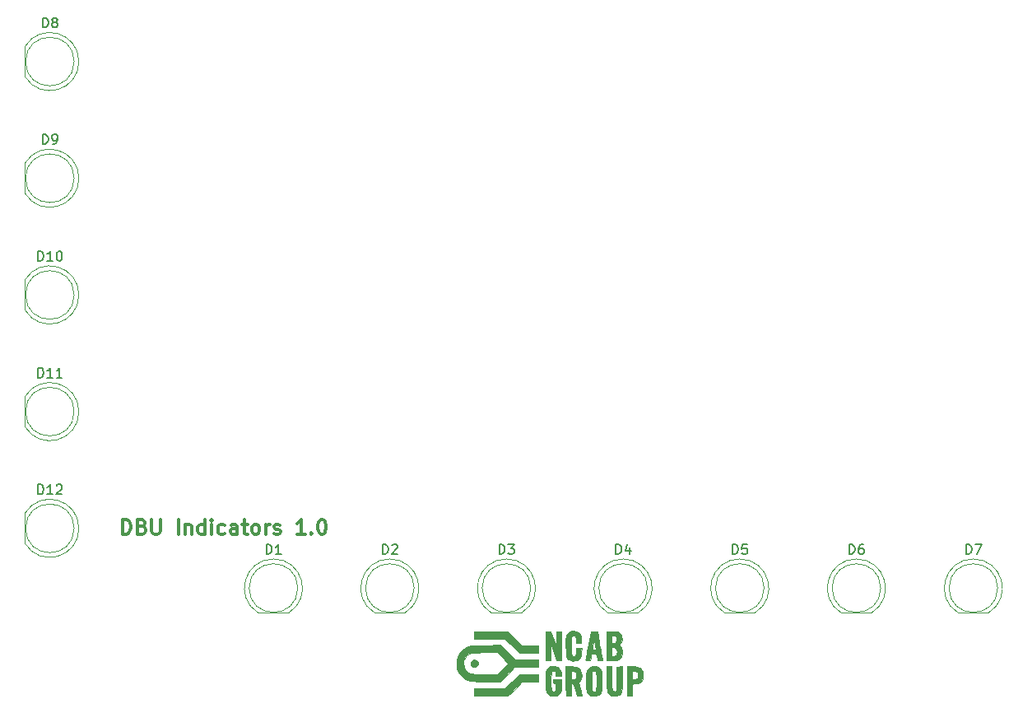
<source format=gbr>
%TF.GenerationSoftware,KiCad,Pcbnew,(5.1.4-0)*%
%TF.CreationDate,2021-02-17T16:05:53+01:00*%
%TF.ProjectId,Indicators,496e6469-6361-4746-9f72-732e6b696361,rev?*%
%TF.SameCoordinates,Original*%
%TF.FileFunction,Legend,Top*%
%TF.FilePolarity,Positive*%
%FSLAX46Y46*%
G04 Gerber Fmt 4.6, Leading zero omitted, Abs format (unit mm)*
G04 Created by KiCad (PCBNEW (5.1.4-0)) date 2021-02-17 16:05:53*
%MOMM*%
%LPD*%
G04 APERTURE LIST*
%ADD10C,0.300000*%
%ADD11C,0.010000*%
%ADD12C,0.120000*%
%ADD13C,0.150000*%
G04 APERTURE END LIST*
D10*
X101331428Y-128440571D02*
X101331428Y-126940571D01*
X101688571Y-126940571D01*
X101902857Y-127012000D01*
X102045714Y-127154857D01*
X102117142Y-127297714D01*
X102188571Y-127583428D01*
X102188571Y-127797714D01*
X102117142Y-128083428D01*
X102045714Y-128226285D01*
X101902857Y-128369142D01*
X101688571Y-128440571D01*
X101331428Y-128440571D01*
X103331428Y-127654857D02*
X103545714Y-127726285D01*
X103617142Y-127797714D01*
X103688571Y-127940571D01*
X103688571Y-128154857D01*
X103617142Y-128297714D01*
X103545714Y-128369142D01*
X103402857Y-128440571D01*
X102831428Y-128440571D01*
X102831428Y-126940571D01*
X103331428Y-126940571D01*
X103474285Y-127012000D01*
X103545714Y-127083428D01*
X103617142Y-127226285D01*
X103617142Y-127369142D01*
X103545714Y-127512000D01*
X103474285Y-127583428D01*
X103331428Y-127654857D01*
X102831428Y-127654857D01*
X104331428Y-126940571D02*
X104331428Y-128154857D01*
X104402857Y-128297714D01*
X104474285Y-128369142D01*
X104617142Y-128440571D01*
X104902857Y-128440571D01*
X105045714Y-128369142D01*
X105117142Y-128297714D01*
X105188571Y-128154857D01*
X105188571Y-126940571D01*
X107045714Y-128440571D02*
X107045714Y-126940571D01*
X107760000Y-127440571D02*
X107760000Y-128440571D01*
X107760000Y-127583428D02*
X107831428Y-127512000D01*
X107974285Y-127440571D01*
X108188571Y-127440571D01*
X108331428Y-127512000D01*
X108402857Y-127654857D01*
X108402857Y-128440571D01*
X109760000Y-128440571D02*
X109760000Y-126940571D01*
X109760000Y-128369142D02*
X109617142Y-128440571D01*
X109331428Y-128440571D01*
X109188571Y-128369142D01*
X109117142Y-128297714D01*
X109045714Y-128154857D01*
X109045714Y-127726285D01*
X109117142Y-127583428D01*
X109188571Y-127512000D01*
X109331428Y-127440571D01*
X109617142Y-127440571D01*
X109760000Y-127512000D01*
X110474285Y-128440571D02*
X110474285Y-127440571D01*
X110474285Y-126940571D02*
X110402857Y-127012000D01*
X110474285Y-127083428D01*
X110545714Y-127012000D01*
X110474285Y-126940571D01*
X110474285Y-127083428D01*
X111831428Y-128369142D02*
X111688571Y-128440571D01*
X111402857Y-128440571D01*
X111260000Y-128369142D01*
X111188571Y-128297714D01*
X111117142Y-128154857D01*
X111117142Y-127726285D01*
X111188571Y-127583428D01*
X111260000Y-127512000D01*
X111402857Y-127440571D01*
X111688571Y-127440571D01*
X111831428Y-127512000D01*
X113117142Y-128440571D02*
X113117142Y-127654857D01*
X113045714Y-127512000D01*
X112902857Y-127440571D01*
X112617142Y-127440571D01*
X112474285Y-127512000D01*
X113117142Y-128369142D02*
X112974285Y-128440571D01*
X112617142Y-128440571D01*
X112474285Y-128369142D01*
X112402857Y-128226285D01*
X112402857Y-128083428D01*
X112474285Y-127940571D01*
X112617142Y-127869142D01*
X112974285Y-127869142D01*
X113117142Y-127797714D01*
X113617142Y-127440571D02*
X114188571Y-127440571D01*
X113831428Y-126940571D02*
X113831428Y-128226285D01*
X113902857Y-128369142D01*
X114045714Y-128440571D01*
X114188571Y-128440571D01*
X114902857Y-128440571D02*
X114760000Y-128369142D01*
X114688571Y-128297714D01*
X114617142Y-128154857D01*
X114617142Y-127726285D01*
X114688571Y-127583428D01*
X114760000Y-127512000D01*
X114902857Y-127440571D01*
X115117142Y-127440571D01*
X115260000Y-127512000D01*
X115331428Y-127583428D01*
X115402857Y-127726285D01*
X115402857Y-128154857D01*
X115331428Y-128297714D01*
X115260000Y-128369142D01*
X115117142Y-128440571D01*
X114902857Y-128440571D01*
X116045714Y-128440571D02*
X116045714Y-127440571D01*
X116045714Y-127726285D02*
X116117142Y-127583428D01*
X116188571Y-127512000D01*
X116331428Y-127440571D01*
X116474285Y-127440571D01*
X116902857Y-128369142D02*
X117045714Y-128440571D01*
X117331428Y-128440571D01*
X117474285Y-128369142D01*
X117545714Y-128226285D01*
X117545714Y-128154857D01*
X117474285Y-128012000D01*
X117331428Y-127940571D01*
X117117142Y-127940571D01*
X116974285Y-127869142D01*
X116902857Y-127726285D01*
X116902857Y-127654857D01*
X116974285Y-127512000D01*
X117117142Y-127440571D01*
X117331428Y-127440571D01*
X117474285Y-127512000D01*
X120117142Y-128440571D02*
X119260000Y-128440571D01*
X119688571Y-128440571D02*
X119688571Y-126940571D01*
X119545714Y-127154857D01*
X119402857Y-127297714D01*
X119260000Y-127369142D01*
X120760000Y-128297714D02*
X120831428Y-128369142D01*
X120760000Y-128440571D01*
X120688571Y-128369142D01*
X120760000Y-128297714D01*
X120760000Y-128440571D01*
X121760000Y-126940571D02*
X121902857Y-126940571D01*
X122045714Y-127012000D01*
X122117142Y-127083428D01*
X122188571Y-127226285D01*
X122260000Y-127512000D01*
X122260000Y-127869142D01*
X122188571Y-128154857D01*
X122117142Y-128297714D01*
X122045714Y-128369142D01*
X121902857Y-128440571D01*
X121760000Y-128440571D01*
X121617142Y-128369142D01*
X121545714Y-128297714D01*
X121474285Y-128154857D01*
X121402857Y-127869142D01*
X121402857Y-127512000D01*
X121474285Y-127226285D01*
X121545714Y-127083428D01*
X121617142Y-127012000D01*
X121760000Y-126940571D01*
D11*
%TO.C,G\002A\002A\002A*%
G36*
X137669981Y-141412907D02*
G01*
X137796471Y-141512213D01*
X137865552Y-141662672D01*
X137871200Y-141726372D01*
X137827745Y-141910632D01*
X137712661Y-142041856D01*
X137548864Y-142104197D01*
X137359272Y-142081812D01*
X137357840Y-142081294D01*
X137230730Y-141989593D01*
X137137928Y-141842574D01*
X137109200Y-141711060D01*
X137138618Y-141627350D01*
X137209882Y-141516168D01*
X137214487Y-141510250D01*
X137352145Y-141403092D01*
X137512924Y-141373589D01*
X137669981Y-141412907D01*
X137669981Y-141412907D01*
G37*
X137669981Y-141412907D02*
X137796471Y-141512213D01*
X137865552Y-141662672D01*
X137871200Y-141726372D01*
X137827745Y-141910632D01*
X137712661Y-142041856D01*
X137548864Y-142104197D01*
X137359272Y-142081812D01*
X137357840Y-142081294D01*
X137230730Y-141989593D01*
X137137928Y-141842574D01*
X137109200Y-141711060D01*
X137138618Y-141627350D01*
X137209882Y-141516168D01*
X137214487Y-141510250D01*
X137352145Y-141403092D01*
X137512924Y-141373589D01*
X137669981Y-141412907D01*
G36*
X139242201Y-138440777D02*
G01*
X140968803Y-138455400D01*
X142419071Y-139903200D01*
X144119600Y-139903200D01*
X144119600Y-140665200D01*
X142120623Y-140665200D01*
X141378100Y-139928600D01*
X140635576Y-139192000D01*
X137515600Y-139192000D01*
X137515600Y-138426154D01*
X139242201Y-138440777D01*
X139242201Y-138440777D01*
G37*
X139242201Y-138440777D02*
X140968803Y-138455400D01*
X142419071Y-139903200D01*
X144119600Y-139903200D01*
X144119600Y-140665200D01*
X142120623Y-140665200D01*
X141378100Y-139928600D01*
X140635576Y-139192000D01*
X137515600Y-139192000D01*
X137515600Y-138426154D01*
X139242201Y-138440777D01*
G36*
X151928976Y-138443307D02*
G01*
X152197586Y-138487750D01*
X152393774Y-138570105D01*
X152530646Y-138697151D01*
X152621310Y-138875666D01*
X152653803Y-138987980D01*
X152680725Y-139269650D01*
X152628474Y-139528304D01*
X152502351Y-139738239D01*
X152498108Y-139742844D01*
X152391268Y-139857523D01*
X152522507Y-139988762D01*
X152662022Y-140193505D01*
X152732102Y-140440391D01*
X152735386Y-140703748D01*
X152674514Y-140957902D01*
X152552127Y-141177178D01*
X152384833Y-141327656D01*
X152291344Y-141373974D01*
X152177850Y-141403654D01*
X152020509Y-141420040D01*
X151795477Y-141426472D01*
X151676100Y-141427010D01*
X151130000Y-141427200D01*
X151130000Y-140106400D01*
X151638000Y-140106400D01*
X151638000Y-140970000D01*
X151838319Y-140970000D01*
X151998532Y-140950095D01*
X152099716Y-140880580D01*
X152117719Y-140857096D01*
X152168325Y-140734200D01*
X152195385Y-140569819D01*
X152196800Y-140526896D01*
X152161400Y-140314176D01*
X152056738Y-140174529D01*
X151885123Y-140110502D01*
X151815800Y-140106400D01*
X151638000Y-140106400D01*
X151130000Y-140106400D01*
X151130000Y-138887200D01*
X151638000Y-138887200D01*
X151638000Y-139649200D01*
X151790400Y-139649200D01*
X151939561Y-139614752D01*
X152044400Y-139547600D01*
X152125164Y-139402392D01*
X152141801Y-139219792D01*
X152092549Y-139042615D01*
X152066919Y-139000103D01*
X151955690Y-138909837D01*
X151812919Y-138887200D01*
X151638000Y-138887200D01*
X151130000Y-138887200D01*
X151130000Y-138430000D01*
X151574835Y-138430000D01*
X151928976Y-138443307D01*
X151928976Y-138443307D01*
G37*
X151928976Y-138443307D02*
X152197586Y-138487750D01*
X152393774Y-138570105D01*
X152530646Y-138697151D01*
X152621310Y-138875666D01*
X152653803Y-138987980D01*
X152680725Y-139269650D01*
X152628474Y-139528304D01*
X152502351Y-139738239D01*
X152498108Y-139742844D01*
X152391268Y-139857523D01*
X152522507Y-139988762D01*
X152662022Y-140193505D01*
X152732102Y-140440391D01*
X152735386Y-140703748D01*
X152674514Y-140957902D01*
X152552127Y-141177178D01*
X152384833Y-141327656D01*
X152291344Y-141373974D01*
X152177850Y-141403654D01*
X152020509Y-141420040D01*
X151795477Y-141426472D01*
X151676100Y-141427010D01*
X151130000Y-141427200D01*
X151130000Y-140106400D01*
X151638000Y-140106400D01*
X151638000Y-140970000D01*
X151838319Y-140970000D01*
X151998532Y-140950095D01*
X152099716Y-140880580D01*
X152117719Y-140857096D01*
X152168325Y-140734200D01*
X152195385Y-140569819D01*
X152196800Y-140526896D01*
X152161400Y-140314176D01*
X152056738Y-140174529D01*
X151885123Y-140110502D01*
X151815800Y-140106400D01*
X151638000Y-140106400D01*
X151130000Y-140106400D01*
X151130000Y-138887200D01*
X151638000Y-138887200D01*
X151638000Y-139649200D01*
X151790400Y-139649200D01*
X151939561Y-139614752D01*
X152044400Y-139547600D01*
X152125164Y-139402392D01*
X152141801Y-139219792D01*
X152092549Y-139042615D01*
X152066919Y-139000103D01*
X151955690Y-138909837D01*
X151812919Y-138887200D01*
X151638000Y-138887200D01*
X151130000Y-138887200D01*
X151130000Y-138430000D01*
X151574835Y-138430000D01*
X151928976Y-138443307D01*
G36*
X150237228Y-138925300D02*
G01*
X150277770Y-139144906D01*
X150331642Y-139435414D01*
X150393462Y-139767862D01*
X150457846Y-140113289D01*
X150500544Y-140341879D01*
X150555432Y-140639732D01*
X150603094Y-140906576D01*
X150640534Y-141124964D01*
X150664758Y-141277448D01*
X150672800Y-141345179D01*
X150650148Y-141396189D01*
X150567817Y-141421150D01*
X150423235Y-141427200D01*
X150173670Y-141427200D01*
X150088600Y-140792200D01*
X149826119Y-140776991D01*
X149685978Y-140771506D01*
X149597911Y-140787720D01*
X149545692Y-140844809D01*
X149513097Y-140961952D01*
X149483900Y-141158326D01*
X149480157Y-141185900D01*
X149447374Y-141427200D01*
X149190721Y-141427200D01*
X149039928Y-141424261D01*
X148966966Y-141406010D01*
X148948071Y-141358288D01*
X148956213Y-141287500D01*
X148971102Y-141201506D01*
X149001793Y-141030244D01*
X149045626Y-140788355D01*
X149099938Y-140490478D01*
X149151294Y-140210075D01*
X149656800Y-140210075D01*
X149676805Y-140278048D01*
X149754510Y-140306021D01*
X149840035Y-140309600D01*
X149966227Y-140296795D01*
X150001504Y-140256296D01*
X149998487Y-140245017D01*
X149981036Y-140168561D01*
X149954968Y-140017602D01*
X149924653Y-139818403D01*
X149909283Y-139709026D01*
X149878021Y-139510628D01*
X149846610Y-139362404D01*
X149819671Y-139283980D01*
X149807827Y-139278308D01*
X149785035Y-139343455D01*
X149755156Y-139480933D01*
X149722824Y-139662154D01*
X149692672Y-139858529D01*
X149669335Y-140041466D01*
X149657446Y-140182378D01*
X149656800Y-140210075D01*
X149151294Y-140210075D01*
X149162067Y-140151255D01*
X149228679Y-139788975D01*
X149479000Y-138430151D01*
X149812583Y-138430075D01*
X150146167Y-138430000D01*
X150237228Y-138925300D01*
X150237228Y-138925300D01*
G37*
X150237228Y-138925300D02*
X150277770Y-139144906D01*
X150331642Y-139435414D01*
X150393462Y-139767862D01*
X150457846Y-140113289D01*
X150500544Y-140341879D01*
X150555432Y-140639732D01*
X150603094Y-140906576D01*
X150640534Y-141124964D01*
X150664758Y-141277448D01*
X150672800Y-141345179D01*
X150650148Y-141396189D01*
X150567817Y-141421150D01*
X150423235Y-141427200D01*
X150173670Y-141427200D01*
X150088600Y-140792200D01*
X149826119Y-140776991D01*
X149685978Y-140771506D01*
X149597911Y-140787720D01*
X149545692Y-140844809D01*
X149513097Y-140961952D01*
X149483900Y-141158326D01*
X149480157Y-141185900D01*
X149447374Y-141427200D01*
X149190721Y-141427200D01*
X149039928Y-141424261D01*
X148966966Y-141406010D01*
X148948071Y-141358288D01*
X148956213Y-141287500D01*
X148971102Y-141201506D01*
X149001793Y-141030244D01*
X149045626Y-140788355D01*
X149099938Y-140490478D01*
X149151294Y-140210075D01*
X149656800Y-140210075D01*
X149676805Y-140278048D01*
X149754510Y-140306021D01*
X149840035Y-140309600D01*
X149966227Y-140296795D01*
X150001504Y-140256296D01*
X149998487Y-140245017D01*
X149981036Y-140168561D01*
X149954968Y-140017602D01*
X149924653Y-139818403D01*
X149909283Y-139709026D01*
X149878021Y-139510628D01*
X149846610Y-139362404D01*
X149819671Y-139283980D01*
X149807827Y-139278308D01*
X149785035Y-139343455D01*
X149755156Y-139480933D01*
X149722824Y-139662154D01*
X149692672Y-139858529D01*
X149669335Y-140041466D01*
X149657446Y-140182378D01*
X149656800Y-140210075D01*
X149151294Y-140210075D01*
X149162067Y-140151255D01*
X149228679Y-139788975D01*
X149479000Y-138430151D01*
X149812583Y-138430075D01*
X150146167Y-138430000D01*
X150237228Y-138925300D01*
G36*
X145351748Y-138455400D02*
G01*
X145923000Y-140017090D01*
X145936989Y-139223545D01*
X145950979Y-138430000D01*
X146456400Y-138430000D01*
X146456400Y-141427200D01*
X145967376Y-141427200D01*
X145344920Y-139674600D01*
X145338800Y-141427200D01*
X144830800Y-141427200D01*
X144830800Y-138424690D01*
X145351748Y-138455400D01*
X145351748Y-138455400D01*
G37*
X145351748Y-138455400D02*
X145923000Y-140017090D01*
X145936989Y-139223545D01*
X145950979Y-138430000D01*
X146456400Y-138430000D01*
X146456400Y-141427200D01*
X145967376Y-141427200D01*
X145344920Y-139674600D01*
X145338800Y-141427200D01*
X144830800Y-141427200D01*
X144830800Y-138424690D01*
X145351748Y-138455400D01*
G36*
X148016528Y-138440852D02*
G01*
X148236264Y-138542510D01*
X148389053Y-138717414D01*
X148478340Y-138969322D01*
X148507179Y-139260929D01*
X148513800Y-139623800D01*
X148247100Y-139639154D01*
X147980400Y-139654509D01*
X147980400Y-139331814D01*
X147969046Y-139112193D01*
X147928728Y-138975838D01*
X147850059Y-138906318D01*
X147726400Y-138887199D01*
X147641176Y-138892410D01*
X147577463Y-138916603D01*
X147532147Y-138972625D01*
X147502114Y-139073321D01*
X147484250Y-139231534D01*
X147475443Y-139460112D01*
X147472579Y-139771898D01*
X147472400Y-139935131D01*
X147474274Y-140295357D01*
X147481837Y-140566461D01*
X147498000Y-140760881D01*
X147525671Y-140891058D01*
X147567763Y-140969430D01*
X147627185Y-141008437D01*
X147706847Y-141020519D01*
X147726400Y-141020800D01*
X147849347Y-140990195D01*
X147929100Y-140891403D01*
X147970857Y-140713952D01*
X147980400Y-140509171D01*
X147980400Y-140157200D01*
X148552254Y-140157200D01*
X148529137Y-140556520D01*
X148490203Y-140875612D01*
X148410998Y-141113230D01*
X148284588Y-141283878D01*
X148131071Y-141389021D01*
X147908067Y-141459353D01*
X147655899Y-141474902D01*
X147417628Y-141436196D01*
X147284660Y-141378635D01*
X147173342Y-141305363D01*
X147088710Y-141229324D01*
X147026815Y-141135746D01*
X146983711Y-141009854D01*
X146955449Y-140836876D01*
X146938082Y-140602039D01*
X146927661Y-140290570D01*
X146922457Y-140023224D01*
X146917497Y-139678075D01*
X146916719Y-139417622D01*
X146921302Y-139225003D01*
X146932430Y-139083360D01*
X146951282Y-138975831D01*
X146979040Y-138885556D01*
X147006905Y-138817919D01*
X147138446Y-138611267D01*
X147323031Y-138479854D01*
X147572819Y-138416765D01*
X147726400Y-138408678D01*
X148016528Y-138440852D01*
X148016528Y-138440852D01*
G37*
X148016528Y-138440852D02*
X148236264Y-138542510D01*
X148389053Y-138717414D01*
X148478340Y-138969322D01*
X148507179Y-139260929D01*
X148513800Y-139623800D01*
X148247100Y-139639154D01*
X147980400Y-139654509D01*
X147980400Y-139331814D01*
X147969046Y-139112193D01*
X147928728Y-138975838D01*
X147850059Y-138906318D01*
X147726400Y-138887199D01*
X147641176Y-138892410D01*
X147577463Y-138916603D01*
X147532147Y-138972625D01*
X147502114Y-139073321D01*
X147484250Y-139231534D01*
X147475443Y-139460112D01*
X147472579Y-139771898D01*
X147472400Y-139935131D01*
X147474274Y-140295357D01*
X147481837Y-140566461D01*
X147498000Y-140760881D01*
X147525671Y-140891058D01*
X147567763Y-140969430D01*
X147627185Y-141008437D01*
X147706847Y-141020519D01*
X147726400Y-141020800D01*
X147849347Y-140990195D01*
X147929100Y-140891403D01*
X147970857Y-140713952D01*
X147980400Y-140509171D01*
X147980400Y-140157200D01*
X148552254Y-140157200D01*
X148529137Y-140556520D01*
X148490203Y-140875612D01*
X148410998Y-141113230D01*
X148284588Y-141283878D01*
X148131071Y-141389021D01*
X147908067Y-141459353D01*
X147655899Y-141474902D01*
X147417628Y-141436196D01*
X147284660Y-141378635D01*
X147173342Y-141305363D01*
X147088710Y-141229324D01*
X147026815Y-141135746D01*
X146983711Y-141009854D01*
X146955449Y-140836876D01*
X146938082Y-140602039D01*
X146927661Y-140290570D01*
X146922457Y-140023224D01*
X146917497Y-139678075D01*
X146916719Y-139417622D01*
X146921302Y-139225003D01*
X146932430Y-139083360D01*
X146951282Y-138975831D01*
X146979040Y-138885556D01*
X147006905Y-138817919D01*
X147138446Y-138611267D01*
X147323031Y-138479854D01*
X147572819Y-138416765D01*
X147726400Y-138408678D01*
X148016528Y-138440852D01*
G36*
X141710699Y-141376400D02*
G01*
X144119600Y-141376400D01*
X144119600Y-142138400D01*
X141648102Y-142138400D01*
X140924409Y-142875000D01*
X140200715Y-143611600D01*
X138820057Y-143605661D01*
X138439825Y-143602425D01*
X138079197Y-143596364D01*
X137754823Y-143587991D01*
X137483350Y-143577816D01*
X137281428Y-143566349D01*
X137171021Y-143555037D01*
X136801606Y-143444556D01*
X136454194Y-143247877D01*
X136148250Y-142980372D01*
X135903237Y-142657412D01*
X135809642Y-142479896D01*
X135729428Y-142281956D01*
X135684783Y-142101580D01*
X135666174Y-141891589D01*
X135663870Y-141769799D01*
X136373633Y-141769799D01*
X136436034Y-142089010D01*
X136586071Y-142381143D01*
X136736247Y-142554697D01*
X136829053Y-142638074D01*
X136920308Y-142703837D01*
X137023092Y-142754089D01*
X137150491Y-142790934D01*
X137315584Y-142816477D01*
X137531456Y-142832820D01*
X137811189Y-142842067D01*
X138167865Y-142846322D01*
X138557866Y-142847611D01*
X139879532Y-142849600D01*
X140424579Y-142302857D01*
X140969626Y-141756115D01*
X140431685Y-141184646D01*
X139893745Y-140613177D01*
X138615772Y-140615789D01*
X138250595Y-140618584D01*
X137910688Y-140625045D01*
X137612300Y-140634564D01*
X137371677Y-140646537D01*
X137205067Y-140660357D01*
X137141309Y-140670771D01*
X136934499Y-140768125D01*
X136729103Y-140935453D01*
X136552091Y-141144394D01*
X136430430Y-141366585D01*
X136405243Y-141444880D01*
X136373633Y-141769799D01*
X135663870Y-141769799D01*
X135663635Y-141757400D01*
X135705551Y-141313123D01*
X135836467Y-140917849D01*
X136056398Y-140571546D01*
X136365362Y-140274182D01*
X136435010Y-140222588D01*
X136565924Y-140133642D01*
X136690943Y-140061858D01*
X136822879Y-140005189D01*
X136974546Y-139961591D01*
X137158755Y-139929016D01*
X137388320Y-139905419D01*
X137676055Y-139888754D01*
X138034771Y-139876976D01*
X138477282Y-139868037D01*
X138675140Y-139864882D01*
X140164881Y-139842148D01*
X141710699Y-141376400D01*
X141710699Y-141376400D01*
G37*
X141710699Y-141376400D02*
X144119600Y-141376400D01*
X144119600Y-142138400D01*
X141648102Y-142138400D01*
X140924409Y-142875000D01*
X140200715Y-143611600D01*
X138820057Y-143605661D01*
X138439825Y-143602425D01*
X138079197Y-143596364D01*
X137754823Y-143587991D01*
X137483350Y-143577816D01*
X137281428Y-143566349D01*
X137171021Y-143555037D01*
X136801606Y-143444556D01*
X136454194Y-143247877D01*
X136148250Y-142980372D01*
X135903237Y-142657412D01*
X135809642Y-142479896D01*
X135729428Y-142281956D01*
X135684783Y-142101580D01*
X135666174Y-141891589D01*
X135663870Y-141769799D01*
X136373633Y-141769799D01*
X136436034Y-142089010D01*
X136586071Y-142381143D01*
X136736247Y-142554697D01*
X136829053Y-142638074D01*
X136920308Y-142703837D01*
X137023092Y-142754089D01*
X137150491Y-142790934D01*
X137315584Y-142816477D01*
X137531456Y-142832820D01*
X137811189Y-142842067D01*
X138167865Y-142846322D01*
X138557866Y-142847611D01*
X139879532Y-142849600D01*
X140424579Y-142302857D01*
X140969626Y-141756115D01*
X140431685Y-141184646D01*
X139893745Y-140613177D01*
X138615772Y-140615789D01*
X138250595Y-140618584D01*
X137910688Y-140625045D01*
X137612300Y-140634564D01*
X137371677Y-140646537D01*
X137205067Y-140660357D01*
X137141309Y-140670771D01*
X136934499Y-140768125D01*
X136729103Y-140935453D01*
X136552091Y-141144394D01*
X136430430Y-141366585D01*
X136405243Y-141444880D01*
X136373633Y-141769799D01*
X135663870Y-141769799D01*
X135663635Y-141757400D01*
X135705551Y-141313123D01*
X135836467Y-140917849D01*
X136056398Y-140571546D01*
X136365362Y-140274182D01*
X136435010Y-140222588D01*
X136565924Y-140133642D01*
X136690943Y-140061858D01*
X136822879Y-140005189D01*
X136974546Y-139961591D01*
X137158755Y-139929016D01*
X137388320Y-139905419D01*
X137676055Y-139888754D01*
X138034771Y-139876976D01*
X138477282Y-139868037D01*
X138675140Y-139864882D01*
X140164881Y-139842148D01*
X141710699Y-141376400D01*
G36*
X153980839Y-142049253D02*
G01*
X154261340Y-142089288D01*
X154473387Y-142160916D01*
X154632171Y-142268150D01*
X154680635Y-142317852D01*
X154803933Y-142524325D01*
X154868988Y-142776735D01*
X154876938Y-143046638D01*
X154828917Y-143305594D01*
X154726060Y-143525160D01*
X154628041Y-143635228D01*
X154509027Y-143723301D01*
X154387184Y-143777908D01*
X154229759Y-143809049D01*
X154003999Y-143826725D01*
X154000200Y-143826925D01*
X153746200Y-143840200D01*
X153717672Y-145084800D01*
X153212800Y-145084800D01*
X153212800Y-142494000D01*
X153720800Y-142494000D01*
X153720800Y-142917333D01*
X153725100Y-143116439D01*
X153736545Y-143275402D01*
X153752948Y-143367749D01*
X153758900Y-143378917D01*
X153839861Y-143400934D01*
X153972725Y-143389440D01*
X154116971Y-143353122D01*
X154232081Y-143300669D01*
X154266900Y-143269997D01*
X154304970Y-143170408D01*
X154327638Y-143016282D01*
X154330400Y-142941490D01*
X154301380Y-142719800D01*
X154210456Y-142576429D01*
X154051829Y-142504992D01*
X153924000Y-142494000D01*
X153720800Y-142494000D01*
X153212800Y-142494000D01*
X153212800Y-142036800D01*
X153616699Y-142036800D01*
X153980839Y-142049253D01*
X153980839Y-142049253D01*
G37*
X153980839Y-142049253D02*
X154261340Y-142089288D01*
X154473387Y-142160916D01*
X154632171Y-142268150D01*
X154680635Y-142317852D01*
X154803933Y-142524325D01*
X154868988Y-142776735D01*
X154876938Y-143046638D01*
X154828917Y-143305594D01*
X154726060Y-143525160D01*
X154628041Y-143635228D01*
X154509027Y-143723301D01*
X154387184Y-143777908D01*
X154229759Y-143809049D01*
X154003999Y-143826725D01*
X154000200Y-143826925D01*
X153746200Y-143840200D01*
X153717672Y-145084800D01*
X153212800Y-145084800D01*
X153212800Y-142494000D01*
X153720800Y-142494000D01*
X153720800Y-142917333D01*
X153725100Y-143116439D01*
X153736545Y-143275402D01*
X153752948Y-143367749D01*
X153758900Y-143378917D01*
X153839861Y-143400934D01*
X153972725Y-143389440D01*
X154116971Y-143353122D01*
X154232081Y-143300669D01*
X154266900Y-143269997D01*
X154304970Y-143170408D01*
X154327638Y-143016282D01*
X154330400Y-142941490D01*
X154301380Y-142719800D01*
X154210456Y-142576429D01*
X154051829Y-142504992D01*
X153924000Y-142494000D01*
X153720800Y-142494000D01*
X153212800Y-142494000D01*
X153212800Y-142036800D01*
X153616699Y-142036800D01*
X153980839Y-142049253D01*
G36*
X152704800Y-143292237D02*
G01*
X152703511Y-143725948D01*
X152697928Y-144070292D01*
X152685470Y-144337488D01*
X152663559Y-144539753D01*
X152629617Y-144689306D01*
X152581064Y-144798366D01*
X152515322Y-144879150D01*
X152429812Y-144943879D01*
X152346067Y-144991974D01*
X152128617Y-145064721D01*
X151874363Y-145085169D01*
X151626351Y-145053799D01*
X151444443Y-144981897D01*
X151353866Y-144920172D01*
X151282473Y-144849920D01*
X151228005Y-144758936D01*
X151188202Y-144635018D01*
X151160807Y-144465959D01*
X151143560Y-144239557D01*
X151134201Y-143943607D01*
X151130474Y-143565905D01*
X151130000Y-143283031D01*
X151130000Y-142036800D01*
X151638000Y-142036800D01*
X151638748Y-143192500D01*
X151641095Y-143618152D01*
X151647785Y-143950126D01*
X151659212Y-144196266D01*
X151675772Y-144364417D01*
X151697861Y-144462424D01*
X151703425Y-144475200D01*
X151796243Y-144575344D01*
X151922349Y-144619397D01*
X152042262Y-144598336D01*
X152085908Y-144562595D01*
X152108098Y-144486315D01*
X152126358Y-144314690D01*
X152140779Y-144046120D01*
X152151448Y-143679006D01*
X152157760Y-143277327D01*
X152171400Y-142062200D01*
X152704800Y-142031490D01*
X152704800Y-143292237D01*
X152704800Y-143292237D01*
G37*
X152704800Y-143292237D02*
X152703511Y-143725948D01*
X152697928Y-144070292D01*
X152685470Y-144337488D01*
X152663559Y-144539753D01*
X152629617Y-144689306D01*
X152581064Y-144798366D01*
X152515322Y-144879150D01*
X152429812Y-144943879D01*
X152346067Y-144991974D01*
X152128617Y-145064721D01*
X151874363Y-145085169D01*
X151626351Y-145053799D01*
X151444443Y-144981897D01*
X151353866Y-144920172D01*
X151282473Y-144849920D01*
X151228005Y-144758936D01*
X151188202Y-144635018D01*
X151160807Y-144465959D01*
X151143560Y-144239557D01*
X151134201Y-143943607D01*
X151130474Y-143565905D01*
X151130000Y-143283031D01*
X151130000Y-142036800D01*
X151638000Y-142036800D01*
X151638748Y-143192500D01*
X151641095Y-143618152D01*
X151647785Y-143950126D01*
X151659212Y-144196266D01*
X151675772Y-144364417D01*
X151697861Y-144462424D01*
X151703425Y-144475200D01*
X151796243Y-144575344D01*
X151922349Y-144619397D01*
X152042262Y-144598336D01*
X152085908Y-144562595D01*
X152108098Y-144486315D01*
X152126358Y-144314690D01*
X152140779Y-144046120D01*
X152151448Y-143679006D01*
X152157760Y-143277327D01*
X152171400Y-142062200D01*
X152704800Y-142031490D01*
X152704800Y-143292237D01*
G36*
X150102673Y-142054835D02*
G01*
X150218119Y-142096334D01*
X150284318Y-142133775D01*
X150392641Y-142212501D01*
X150475501Y-142306969D01*
X150536154Y-142431081D01*
X150577858Y-142598740D01*
X150603871Y-142823846D01*
X150617449Y-143120300D01*
X150621850Y-143502005D01*
X150621921Y-143574528D01*
X150619224Y-143955163D01*
X150608703Y-144249244D01*
X150586599Y-144471737D01*
X150549153Y-144637605D01*
X150492607Y-144761813D01*
X150413204Y-144859327D01*
X150307183Y-144945111D01*
X150271587Y-144969487D01*
X150053265Y-145061684D01*
X149796567Y-145090271D01*
X149541979Y-145055285D01*
X149346812Y-144968603D01*
X149234034Y-144882952D01*
X149150244Y-144788444D01*
X149090734Y-144668550D01*
X149050794Y-144506741D01*
X149025716Y-144286489D01*
X149010789Y-143991263D01*
X149004666Y-143767705D01*
X149001640Y-143579231D01*
X149555200Y-143579231D01*
X149556570Y-143910783D01*
X149561481Y-144155274D01*
X149571126Y-144327216D01*
X149586704Y-144441123D01*
X149609409Y-144511504D01*
X149635028Y-144547771D01*
X149759664Y-144615428D01*
X149902297Y-144618357D01*
X150002240Y-144566640D01*
X150025069Y-144493906D01*
X150042927Y-144339625D01*
X150055813Y-144123727D01*
X150063726Y-143866141D01*
X150066668Y-143586797D01*
X150064638Y-143305627D01*
X150057635Y-143042561D01*
X150045661Y-142817528D01*
X150028715Y-142650459D01*
X150006797Y-142561285D01*
X150002239Y-142554959D01*
X149889670Y-142500120D01*
X149752483Y-142501447D01*
X149638194Y-142554447D01*
X149607787Y-142592260D01*
X149589212Y-142677607D01*
X149573873Y-142848664D01*
X149562615Y-143089571D01*
X149556283Y-143384465D01*
X149555200Y-143579231D01*
X149001640Y-143579231D01*
X148998170Y-143363223D01*
X149000554Y-143045639D01*
X149013906Y-142800478D01*
X149040312Y-142613265D01*
X149081860Y-142469527D01*
X149140636Y-142354787D01*
X149218728Y-142254572D01*
X149223618Y-142249201D01*
X149319960Y-142152008D01*
X149408648Y-142094940D01*
X149523515Y-142064936D01*
X149698396Y-142048937D01*
X149750322Y-142045884D01*
X149958747Y-142039995D01*
X150102673Y-142054835D01*
X150102673Y-142054835D01*
G37*
X150102673Y-142054835D02*
X150218119Y-142096334D01*
X150284318Y-142133775D01*
X150392641Y-142212501D01*
X150475501Y-142306969D01*
X150536154Y-142431081D01*
X150577858Y-142598740D01*
X150603871Y-142823846D01*
X150617449Y-143120300D01*
X150621850Y-143502005D01*
X150621921Y-143574528D01*
X150619224Y-143955163D01*
X150608703Y-144249244D01*
X150586599Y-144471737D01*
X150549153Y-144637605D01*
X150492607Y-144761813D01*
X150413204Y-144859327D01*
X150307183Y-144945111D01*
X150271587Y-144969487D01*
X150053265Y-145061684D01*
X149796567Y-145090271D01*
X149541979Y-145055285D01*
X149346812Y-144968603D01*
X149234034Y-144882952D01*
X149150244Y-144788444D01*
X149090734Y-144668550D01*
X149050794Y-144506741D01*
X149025716Y-144286489D01*
X149010789Y-143991263D01*
X149004666Y-143767705D01*
X149001640Y-143579231D01*
X149555200Y-143579231D01*
X149556570Y-143910783D01*
X149561481Y-144155274D01*
X149571126Y-144327216D01*
X149586704Y-144441123D01*
X149609409Y-144511504D01*
X149635028Y-144547771D01*
X149759664Y-144615428D01*
X149902297Y-144618357D01*
X150002240Y-144566640D01*
X150025069Y-144493906D01*
X150042927Y-144339625D01*
X150055813Y-144123727D01*
X150063726Y-143866141D01*
X150066668Y-143586797D01*
X150064638Y-143305627D01*
X150057635Y-143042561D01*
X150045661Y-142817528D01*
X150028715Y-142650459D01*
X150006797Y-142561285D01*
X150002239Y-142554959D01*
X149889670Y-142500120D01*
X149752483Y-142501447D01*
X149638194Y-142554447D01*
X149607787Y-142592260D01*
X149589212Y-142677607D01*
X149573873Y-142848664D01*
X149562615Y-143089571D01*
X149556283Y-143384465D01*
X149555200Y-143579231D01*
X149001640Y-143579231D01*
X148998170Y-143363223D01*
X149000554Y-143045639D01*
X149013906Y-142800478D01*
X149040312Y-142613265D01*
X149081860Y-142469527D01*
X149140636Y-142354787D01*
X149218728Y-142254572D01*
X149223618Y-142249201D01*
X149319960Y-142152008D01*
X149408648Y-142094940D01*
X149523515Y-142064936D01*
X149698396Y-142048937D01*
X149750322Y-142045884D01*
X149958747Y-142039995D01*
X150102673Y-142054835D01*
G36*
X147459700Y-142046935D02*
G01*
X147783195Y-142068934D01*
X148022943Y-142108280D01*
X148196298Y-142172268D01*
X148320612Y-142268194D01*
X148413241Y-142403354D01*
X148440476Y-142459268D01*
X148517146Y-142714105D01*
X148535969Y-142989037D01*
X148500133Y-143254456D01*
X148412828Y-143480756D01*
X148317001Y-143605586D01*
X148196248Y-143719028D01*
X148392459Y-144338414D01*
X148466804Y-144577897D01*
X148528331Y-144785220D01*
X148571087Y-144939649D01*
X148589116Y-145020449D01*
X148589335Y-145023954D01*
X148556590Y-145064073D01*
X148447876Y-145078242D01*
X148328409Y-145074754D01*
X148066818Y-145059400D01*
X147887171Y-144437100D01*
X147811207Y-144179302D01*
X147754015Y-144004031D01*
X147708131Y-143895656D01*
X147666089Y-143838548D01*
X147620425Y-143817080D01*
X147589962Y-143814800D01*
X147541259Y-143817981D01*
X147508296Y-143838587D01*
X147487999Y-143893205D01*
X147477299Y-143998425D01*
X147473123Y-144170838D01*
X147472400Y-144427031D01*
X147472400Y-145084800D01*
X147226866Y-145084800D01*
X147076376Y-145078319D01*
X146971574Y-145061857D01*
X146947466Y-145050933D01*
X146938888Y-144993402D01*
X146931108Y-144847184D01*
X146924414Y-144625188D01*
X146919090Y-144340325D01*
X146915422Y-144005506D01*
X146913696Y-143633641D01*
X146913600Y-143520408D01*
X146913600Y-142494000D01*
X147472400Y-142494000D01*
X147472400Y-143421693D01*
X147654732Y-143392105D01*
X147797424Y-143356200D01*
X147902098Y-143308118D01*
X147908732Y-143303038D01*
X147957384Y-143204193D01*
X147979289Y-143015254D01*
X147980400Y-142947860D01*
X147973916Y-142770168D01*
X147948189Y-142662337D01*
X147893799Y-142593106D01*
X147867496Y-142573080D01*
X147727916Y-142511821D01*
X147613496Y-142494000D01*
X147472400Y-142494000D01*
X146913600Y-142494000D01*
X146913600Y-142023749D01*
X147459700Y-142046935D01*
X147459700Y-142046935D01*
G37*
X147459700Y-142046935D02*
X147783195Y-142068934D01*
X148022943Y-142108280D01*
X148196298Y-142172268D01*
X148320612Y-142268194D01*
X148413241Y-142403354D01*
X148440476Y-142459268D01*
X148517146Y-142714105D01*
X148535969Y-142989037D01*
X148500133Y-143254456D01*
X148412828Y-143480756D01*
X148317001Y-143605586D01*
X148196248Y-143719028D01*
X148392459Y-144338414D01*
X148466804Y-144577897D01*
X148528331Y-144785220D01*
X148571087Y-144939649D01*
X148589116Y-145020449D01*
X148589335Y-145023954D01*
X148556590Y-145064073D01*
X148447876Y-145078242D01*
X148328409Y-145074754D01*
X148066818Y-145059400D01*
X147887171Y-144437100D01*
X147811207Y-144179302D01*
X147754015Y-144004031D01*
X147708131Y-143895656D01*
X147666089Y-143838548D01*
X147620425Y-143817080D01*
X147589962Y-143814800D01*
X147541259Y-143817981D01*
X147508296Y-143838587D01*
X147487999Y-143893205D01*
X147477299Y-143998425D01*
X147473123Y-144170838D01*
X147472400Y-144427031D01*
X147472400Y-145084800D01*
X147226866Y-145084800D01*
X147076376Y-145078319D01*
X146971574Y-145061857D01*
X146947466Y-145050933D01*
X146938888Y-144993402D01*
X146931108Y-144847184D01*
X146924414Y-144625188D01*
X146919090Y-144340325D01*
X146915422Y-144005506D01*
X146913696Y-143633641D01*
X146913600Y-143520408D01*
X146913600Y-142494000D01*
X147472400Y-142494000D01*
X147472400Y-143421693D01*
X147654732Y-143392105D01*
X147797424Y-143356200D01*
X147902098Y-143308118D01*
X147908732Y-143303038D01*
X147957384Y-143204193D01*
X147979289Y-143015254D01*
X147980400Y-142947860D01*
X147973916Y-142770168D01*
X147948189Y-142662337D01*
X147893799Y-142593106D01*
X147867496Y-142573080D01*
X147727916Y-142511821D01*
X147613496Y-142494000D01*
X147472400Y-142494000D01*
X146913600Y-142494000D01*
X146913600Y-142023749D01*
X147459700Y-142046935D01*
G36*
X145814862Y-142051747D02*
G01*
X146005802Y-142090888D01*
X146078177Y-142117722D01*
X146237832Y-142243967D01*
X146363855Y-142440153D01*
X146440504Y-142676206D01*
X146456400Y-142840238D01*
X146456400Y-143052800D01*
X145897600Y-143052800D01*
X145897600Y-142834359D01*
X145884192Y-142684667D01*
X145850665Y-142574859D01*
X145836639Y-142554959D01*
X145724070Y-142500120D01*
X145586883Y-142501447D01*
X145472594Y-142554447D01*
X145442187Y-142592260D01*
X145423612Y-142677607D01*
X145408273Y-142848664D01*
X145397015Y-143089571D01*
X145390683Y-143384465D01*
X145389600Y-143579231D01*
X145390970Y-143910783D01*
X145395881Y-144155274D01*
X145405526Y-144327216D01*
X145421104Y-144441123D01*
X145443809Y-144511504D01*
X145469428Y-144547771D01*
X145596041Y-144620914D01*
X145745475Y-144600427D01*
X145799339Y-144575012D01*
X145852511Y-144530781D01*
X145882553Y-144452914D01*
X145895491Y-144316483D01*
X145897600Y-144168612D01*
X145895709Y-143983404D01*
X145884728Y-143877596D01*
X145856689Y-143828994D01*
X145803626Y-143815405D01*
X145770600Y-143814800D01*
X145692230Y-143805325D01*
X145655100Y-143758751D01*
X145644085Y-143647858D01*
X145643600Y-143586200D01*
X145643600Y-143357600D01*
X146466847Y-143357600D01*
X146448923Y-143982200D01*
X146437613Y-144267764D01*
X146420930Y-144471311D01*
X146396072Y-144612394D01*
X146360236Y-144710564D01*
X146339339Y-144746626D01*
X146155227Y-144940164D01*
X145910055Y-145052684D01*
X145643600Y-145084420D01*
X145365850Y-145053192D01*
X145201860Y-144985435D01*
X145087980Y-144909988D01*
X145002058Y-144831112D01*
X144939838Y-144733523D01*
X144897061Y-144601938D01*
X144869471Y-144421075D01*
X144852810Y-144175652D01*
X144842822Y-143850386D01*
X144839566Y-143684847D01*
X144835159Y-143286824D01*
X144839817Y-142975625D01*
X144856208Y-142736677D01*
X144887004Y-142555406D01*
X144934873Y-142417238D01*
X145002484Y-142307600D01*
X145092508Y-142211917D01*
X145112676Y-142193840D01*
X145228647Y-142103366D01*
X145338840Y-142056103D01*
X145484938Y-142038607D01*
X145599590Y-142036800D01*
X145814862Y-142051747D01*
X145814862Y-142051747D01*
G37*
X145814862Y-142051747D02*
X146005802Y-142090888D01*
X146078177Y-142117722D01*
X146237832Y-142243967D01*
X146363855Y-142440153D01*
X146440504Y-142676206D01*
X146456400Y-142840238D01*
X146456400Y-143052800D01*
X145897600Y-143052800D01*
X145897600Y-142834359D01*
X145884192Y-142684667D01*
X145850665Y-142574859D01*
X145836639Y-142554959D01*
X145724070Y-142500120D01*
X145586883Y-142501447D01*
X145472594Y-142554447D01*
X145442187Y-142592260D01*
X145423612Y-142677607D01*
X145408273Y-142848664D01*
X145397015Y-143089571D01*
X145390683Y-143384465D01*
X145389600Y-143579231D01*
X145390970Y-143910783D01*
X145395881Y-144155274D01*
X145405526Y-144327216D01*
X145421104Y-144441123D01*
X145443809Y-144511504D01*
X145469428Y-144547771D01*
X145596041Y-144620914D01*
X145745475Y-144600427D01*
X145799339Y-144575012D01*
X145852511Y-144530781D01*
X145882553Y-144452914D01*
X145895491Y-144316483D01*
X145897600Y-144168612D01*
X145895709Y-143983404D01*
X145884728Y-143877596D01*
X145856689Y-143828994D01*
X145803626Y-143815405D01*
X145770600Y-143814800D01*
X145692230Y-143805325D01*
X145655100Y-143758751D01*
X145644085Y-143647858D01*
X145643600Y-143586200D01*
X145643600Y-143357600D01*
X146466847Y-143357600D01*
X146448923Y-143982200D01*
X146437613Y-144267764D01*
X146420930Y-144471311D01*
X146396072Y-144612394D01*
X146360236Y-144710564D01*
X146339339Y-144746626D01*
X146155227Y-144940164D01*
X145910055Y-145052684D01*
X145643600Y-145084420D01*
X145365850Y-145053192D01*
X145201860Y-144985435D01*
X145087980Y-144909988D01*
X145002058Y-144831112D01*
X144939838Y-144733523D01*
X144897061Y-144601938D01*
X144869471Y-144421075D01*
X144852810Y-144175652D01*
X144842822Y-143850386D01*
X144839566Y-143684847D01*
X144835159Y-143286824D01*
X144839817Y-142975625D01*
X144856208Y-142736677D01*
X144887004Y-142555406D01*
X144934873Y-142417238D01*
X145002484Y-142307600D01*
X145092508Y-142211917D01*
X145112676Y-142193840D01*
X145228647Y-142103366D01*
X145338840Y-142056103D01*
X145484938Y-142038607D01*
X145599590Y-142036800D01*
X145814862Y-142051747D01*
G36*
X144119600Y-143611600D02*
G01*
X142416485Y-143611600D01*
X141681199Y-144348200D01*
X140945914Y-145084800D01*
X137515600Y-145084800D01*
X137515600Y-144322800D01*
X140635576Y-144322800D01*
X141378100Y-143586200D01*
X142120623Y-142849600D01*
X144119600Y-142849600D01*
X144119600Y-143611600D01*
X144119600Y-143611600D01*
G37*
X144119600Y-143611600D02*
X142416485Y-143611600D01*
X141681199Y-144348200D01*
X140945914Y-145084800D01*
X137515600Y-145084800D01*
X137515600Y-144322800D01*
X140635576Y-144322800D01*
X141378100Y-143586200D01*
X142120623Y-142849600D01*
X144119600Y-142849600D01*
X144119600Y-143611600D01*
D12*
%TO.C,D11*%
X96341571Y-115849403D02*
G75*
G03X96341571Y-115849403I-2500000J0D01*
G01*
X91281571Y-114304403D02*
X91281571Y-117394403D01*
X96831571Y-115848941D02*
G75*
G02X91281571Y-117394233I-2990000J-462D01*
G01*
X96831571Y-115849865D02*
G75*
G03X91281571Y-114304573I-2990000J462D01*
G01*
%TO.C,D12*%
X96341571Y-127849403D02*
G75*
G03X96341571Y-127849403I-2500000J0D01*
G01*
X91281571Y-126304403D02*
X91281571Y-129394403D01*
X96831571Y-127848941D02*
G75*
G02X91281571Y-129394233I-2990000J-462D01*
G01*
X96831571Y-127849865D02*
G75*
G03X91281571Y-126304573I-2990000J462D01*
G01*
%TO.C,D10*%
X96341571Y-103849403D02*
G75*
G03X96341571Y-103849403I-2500000J0D01*
G01*
X91281571Y-102304403D02*
X91281571Y-105394403D01*
X96831571Y-103848941D02*
G75*
G02X91281571Y-105394233I-2990000J-462D01*
G01*
X96831571Y-103849865D02*
G75*
G03X91281571Y-102304573I-2990000J462D01*
G01*
%TO.C,D9*%
X96341571Y-91849403D02*
G75*
G03X96341571Y-91849403I-2500000J0D01*
G01*
X91281571Y-90304403D02*
X91281571Y-93394403D01*
X96831571Y-91848941D02*
G75*
G02X91281571Y-93394233I-2990000J-462D01*
G01*
X96831571Y-91849865D02*
G75*
G03X91281571Y-90304573I-2990000J462D01*
G01*
%TO.C,D8*%
X96341571Y-79849403D02*
G75*
G03X96341571Y-79849403I-2500000J0D01*
G01*
X91281571Y-78304403D02*
X91281571Y-81394403D01*
X96831571Y-79848941D02*
G75*
G02X91281571Y-81394233I-2990000J-462D01*
G01*
X96831571Y-79849865D02*
G75*
G03X91281571Y-78304573I-2990000J462D01*
G01*
%TO.C,D7*%
X191346570Y-133990841D02*
G75*
G03X191346570Y-133990841I-2500000J0D01*
G01*
X187301570Y-136550841D02*
X190391570Y-136550841D01*
X188846108Y-131000841D02*
G75*
G02X190391400Y-136550841I462J-2990000D01*
G01*
X188847032Y-131000841D02*
G75*
G03X187301740Y-136550841I-462J-2990000D01*
G01*
%TO.C,D6*%
X179316092Y-133990841D02*
G75*
G03X179316092Y-133990841I-2500000J0D01*
G01*
X175271092Y-136550841D02*
X178361092Y-136550841D01*
X176815630Y-131000841D02*
G75*
G02X178360922Y-136550841I462J-2990000D01*
G01*
X176816554Y-131000841D02*
G75*
G03X175271262Y-136550841I-462J-2990000D01*
G01*
%TO.C,D5*%
X167316093Y-133990841D02*
G75*
G03X167316093Y-133990841I-2500000J0D01*
G01*
X163271093Y-136550841D02*
X166361093Y-136550841D01*
X164815631Y-131000841D02*
G75*
G02X166360923Y-136550841I462J-2990000D01*
G01*
X164816555Y-131000841D02*
G75*
G03X163271263Y-136550841I-462J-2990000D01*
G01*
%TO.C,D4*%
X155316094Y-133990841D02*
G75*
G03X155316094Y-133990841I-2500000J0D01*
G01*
X151271094Y-136550841D02*
X154361094Y-136550841D01*
X152815632Y-131000841D02*
G75*
G02X154360924Y-136550841I462J-2990000D01*
G01*
X152816556Y-131000841D02*
G75*
G03X151271264Y-136550841I-462J-2990000D01*
G01*
%TO.C,D3*%
X143316095Y-133990841D02*
G75*
G03X143316095Y-133990841I-2500000J0D01*
G01*
X139271095Y-136550841D02*
X142361095Y-136550841D01*
X140815633Y-131000841D02*
G75*
G02X142360925Y-136550841I462J-2990000D01*
G01*
X140816557Y-131000841D02*
G75*
G03X139271265Y-136550841I-462J-2990000D01*
G01*
%TO.C,D2*%
X131316096Y-133990841D02*
G75*
G03X131316096Y-133990841I-2500000J0D01*
G01*
X127271096Y-136550841D02*
X130361096Y-136550841D01*
X128815634Y-131000841D02*
G75*
G02X130360926Y-136550841I462J-2990000D01*
G01*
X128816558Y-131000841D02*
G75*
G03X127271266Y-136550841I-462J-2990000D01*
G01*
%TO.C,D1*%
X119346571Y-133990841D02*
G75*
G03X119346571Y-133990841I-2500000J0D01*
G01*
X115301571Y-136550841D02*
X118391571Y-136550841D01*
X116846109Y-131000841D02*
G75*
G02X118391401Y-136550841I462J-2990000D01*
G01*
X116847033Y-131000841D02*
G75*
G03X115301741Y-136550841I-462J-2990000D01*
G01*
%TO.C,D11*%
D13*
X92627285Y-112341783D02*
X92627285Y-111341783D01*
X92865380Y-111341783D01*
X93008237Y-111389403D01*
X93103475Y-111484641D01*
X93151094Y-111579879D01*
X93198713Y-111770355D01*
X93198713Y-111913212D01*
X93151094Y-112103688D01*
X93103475Y-112198926D01*
X93008237Y-112294164D01*
X92865380Y-112341783D01*
X92627285Y-112341783D01*
X94151094Y-112341783D02*
X93579666Y-112341783D01*
X93865380Y-112341783D02*
X93865380Y-111341783D01*
X93770142Y-111484641D01*
X93674904Y-111579879D01*
X93579666Y-111627498D01*
X95103475Y-112341783D02*
X94532047Y-112341783D01*
X94817761Y-112341783D02*
X94817761Y-111341783D01*
X94722523Y-111484641D01*
X94627285Y-111579879D01*
X94532047Y-111627498D01*
%TO.C,D12*%
X92627285Y-124341783D02*
X92627285Y-123341783D01*
X92865380Y-123341783D01*
X93008237Y-123389403D01*
X93103475Y-123484641D01*
X93151094Y-123579879D01*
X93198713Y-123770355D01*
X93198713Y-123913212D01*
X93151094Y-124103688D01*
X93103475Y-124198926D01*
X93008237Y-124294164D01*
X92865380Y-124341783D01*
X92627285Y-124341783D01*
X94151094Y-124341783D02*
X93579666Y-124341783D01*
X93865380Y-124341783D02*
X93865380Y-123341783D01*
X93770142Y-123484641D01*
X93674904Y-123579879D01*
X93579666Y-123627498D01*
X94532047Y-123437022D02*
X94579666Y-123389403D01*
X94674904Y-123341783D01*
X94912999Y-123341783D01*
X95008237Y-123389403D01*
X95055856Y-123437022D01*
X95103475Y-123532260D01*
X95103475Y-123627498D01*
X95055856Y-123770355D01*
X94484428Y-124341783D01*
X95103475Y-124341783D01*
%TO.C,D10*%
X92627285Y-100341783D02*
X92627285Y-99341783D01*
X92865380Y-99341783D01*
X93008237Y-99389403D01*
X93103475Y-99484641D01*
X93151094Y-99579879D01*
X93198713Y-99770355D01*
X93198713Y-99913212D01*
X93151094Y-100103688D01*
X93103475Y-100198926D01*
X93008237Y-100294164D01*
X92865380Y-100341783D01*
X92627285Y-100341783D01*
X94151094Y-100341783D02*
X93579666Y-100341783D01*
X93865380Y-100341783D02*
X93865380Y-99341783D01*
X93770142Y-99484641D01*
X93674904Y-99579879D01*
X93579666Y-99627498D01*
X94770142Y-99341783D02*
X94865380Y-99341783D01*
X94960618Y-99389403D01*
X95008237Y-99437022D01*
X95055856Y-99532260D01*
X95103475Y-99722736D01*
X95103475Y-99960831D01*
X95055856Y-100151307D01*
X95008237Y-100246545D01*
X94960618Y-100294164D01*
X94865380Y-100341783D01*
X94770142Y-100341783D01*
X94674904Y-100294164D01*
X94627285Y-100246545D01*
X94579666Y-100151307D01*
X94532047Y-99960831D01*
X94532047Y-99722736D01*
X94579666Y-99532260D01*
X94627285Y-99437022D01*
X94674904Y-99389403D01*
X94770142Y-99341783D01*
%TO.C,D9*%
X93103475Y-88341783D02*
X93103475Y-87341783D01*
X93341571Y-87341783D01*
X93484428Y-87389403D01*
X93579666Y-87484641D01*
X93627285Y-87579879D01*
X93674904Y-87770355D01*
X93674904Y-87913212D01*
X93627285Y-88103688D01*
X93579666Y-88198926D01*
X93484428Y-88294164D01*
X93341571Y-88341783D01*
X93103475Y-88341783D01*
X94151094Y-88341783D02*
X94341571Y-88341783D01*
X94436809Y-88294164D01*
X94484428Y-88246545D01*
X94579666Y-88103688D01*
X94627285Y-87913212D01*
X94627285Y-87532260D01*
X94579666Y-87437022D01*
X94532047Y-87389403D01*
X94436809Y-87341783D01*
X94246332Y-87341783D01*
X94151094Y-87389403D01*
X94103475Y-87437022D01*
X94055856Y-87532260D01*
X94055856Y-87770355D01*
X94103475Y-87865593D01*
X94151094Y-87913212D01*
X94246332Y-87960831D01*
X94436809Y-87960831D01*
X94532047Y-87913212D01*
X94579666Y-87865593D01*
X94627285Y-87770355D01*
%TO.C,D8*%
X93103475Y-76341783D02*
X93103475Y-75341783D01*
X93341571Y-75341783D01*
X93484428Y-75389403D01*
X93579666Y-75484641D01*
X93627285Y-75579879D01*
X93674904Y-75770355D01*
X93674904Y-75913212D01*
X93627285Y-76103688D01*
X93579666Y-76198926D01*
X93484428Y-76294164D01*
X93341571Y-76341783D01*
X93103475Y-76341783D01*
X94246332Y-75770355D02*
X94151094Y-75722736D01*
X94103475Y-75675117D01*
X94055856Y-75579879D01*
X94055856Y-75532260D01*
X94103475Y-75437022D01*
X94151094Y-75389403D01*
X94246332Y-75341783D01*
X94436809Y-75341783D01*
X94532047Y-75389403D01*
X94579666Y-75437022D01*
X94627285Y-75532260D01*
X94627285Y-75579879D01*
X94579666Y-75675117D01*
X94532047Y-75722736D01*
X94436809Y-75770355D01*
X94246332Y-75770355D01*
X94151094Y-75817974D01*
X94103475Y-75865593D01*
X94055856Y-75960831D01*
X94055856Y-76151307D01*
X94103475Y-76246545D01*
X94151094Y-76294164D01*
X94246332Y-76341783D01*
X94436809Y-76341783D01*
X94532047Y-76294164D01*
X94579666Y-76246545D01*
X94627285Y-76151307D01*
X94627285Y-75960831D01*
X94579666Y-75865593D01*
X94532047Y-75817974D01*
X94436809Y-75770355D01*
%TO.C,D7*%
X188108474Y-130496416D02*
X188108474Y-129496416D01*
X188346570Y-129496416D01*
X188489427Y-129544036D01*
X188584665Y-129639274D01*
X188632284Y-129734512D01*
X188679903Y-129924988D01*
X188679903Y-130067845D01*
X188632284Y-130258321D01*
X188584665Y-130353559D01*
X188489427Y-130448797D01*
X188346570Y-130496416D01*
X188108474Y-130496416D01*
X189013236Y-129496416D02*
X189679903Y-129496416D01*
X189251331Y-130496416D01*
%TO.C,D6*%
X176077996Y-130496416D02*
X176077996Y-129496416D01*
X176316092Y-129496416D01*
X176458949Y-129544036D01*
X176554187Y-129639274D01*
X176601806Y-129734512D01*
X176649425Y-129924988D01*
X176649425Y-130067845D01*
X176601806Y-130258321D01*
X176554187Y-130353559D01*
X176458949Y-130448797D01*
X176316092Y-130496416D01*
X176077996Y-130496416D01*
X177506568Y-129496416D02*
X177316092Y-129496416D01*
X177220853Y-129544036D01*
X177173234Y-129591655D01*
X177077996Y-129734512D01*
X177030377Y-129924988D01*
X177030377Y-130305940D01*
X177077996Y-130401178D01*
X177125615Y-130448797D01*
X177220853Y-130496416D01*
X177411330Y-130496416D01*
X177506568Y-130448797D01*
X177554187Y-130401178D01*
X177601806Y-130305940D01*
X177601806Y-130067845D01*
X177554187Y-129972607D01*
X177506568Y-129924988D01*
X177411330Y-129877369D01*
X177220853Y-129877369D01*
X177125615Y-129924988D01*
X177077996Y-129972607D01*
X177030377Y-130067845D01*
%TO.C,D5*%
X164077997Y-130496416D02*
X164077997Y-129496416D01*
X164316093Y-129496416D01*
X164458950Y-129544036D01*
X164554188Y-129639274D01*
X164601807Y-129734512D01*
X164649426Y-129924988D01*
X164649426Y-130067845D01*
X164601807Y-130258321D01*
X164554188Y-130353559D01*
X164458950Y-130448797D01*
X164316093Y-130496416D01*
X164077997Y-130496416D01*
X165554188Y-129496416D02*
X165077997Y-129496416D01*
X165030378Y-129972607D01*
X165077997Y-129924988D01*
X165173235Y-129877369D01*
X165411331Y-129877369D01*
X165506569Y-129924988D01*
X165554188Y-129972607D01*
X165601807Y-130067845D01*
X165601807Y-130305940D01*
X165554188Y-130401178D01*
X165506569Y-130448797D01*
X165411331Y-130496416D01*
X165173235Y-130496416D01*
X165077997Y-130448797D01*
X165030378Y-130401178D01*
%TO.C,D4*%
X152077998Y-130496416D02*
X152077998Y-129496416D01*
X152316094Y-129496416D01*
X152458951Y-129544036D01*
X152554189Y-129639274D01*
X152601808Y-129734512D01*
X152649427Y-129924988D01*
X152649427Y-130067845D01*
X152601808Y-130258321D01*
X152554189Y-130353559D01*
X152458951Y-130448797D01*
X152316094Y-130496416D01*
X152077998Y-130496416D01*
X153506570Y-129829750D02*
X153506570Y-130496416D01*
X153268474Y-129448797D02*
X153030379Y-130163083D01*
X153649427Y-130163083D01*
%TO.C,D3*%
X140077999Y-130496416D02*
X140077999Y-129496416D01*
X140316095Y-129496416D01*
X140458952Y-129544036D01*
X140554190Y-129639274D01*
X140601809Y-129734512D01*
X140649428Y-129924988D01*
X140649428Y-130067845D01*
X140601809Y-130258321D01*
X140554190Y-130353559D01*
X140458952Y-130448797D01*
X140316095Y-130496416D01*
X140077999Y-130496416D01*
X140982761Y-129496416D02*
X141601809Y-129496416D01*
X141268475Y-129877369D01*
X141411333Y-129877369D01*
X141506571Y-129924988D01*
X141554190Y-129972607D01*
X141601809Y-130067845D01*
X141601809Y-130305940D01*
X141554190Y-130401178D01*
X141506571Y-130448797D01*
X141411333Y-130496416D01*
X141125618Y-130496416D01*
X141030380Y-130448797D01*
X140982761Y-130401178D01*
%TO.C,D2*%
X128078000Y-130496416D02*
X128078000Y-129496416D01*
X128316096Y-129496416D01*
X128458953Y-129544036D01*
X128554191Y-129639274D01*
X128601810Y-129734512D01*
X128649429Y-129924988D01*
X128649429Y-130067845D01*
X128601810Y-130258321D01*
X128554191Y-130353559D01*
X128458953Y-130448797D01*
X128316096Y-130496416D01*
X128078000Y-130496416D01*
X129030381Y-129591655D02*
X129078000Y-129544036D01*
X129173238Y-129496416D01*
X129411334Y-129496416D01*
X129506572Y-129544036D01*
X129554191Y-129591655D01*
X129601810Y-129686893D01*
X129601810Y-129782131D01*
X129554191Y-129924988D01*
X128982762Y-130496416D01*
X129601810Y-130496416D01*
%TO.C,D1*%
X116108475Y-130496416D02*
X116108475Y-129496416D01*
X116346571Y-129496416D01*
X116489428Y-129544036D01*
X116584666Y-129639274D01*
X116632285Y-129734512D01*
X116679904Y-129924988D01*
X116679904Y-130067845D01*
X116632285Y-130258321D01*
X116584666Y-130353559D01*
X116489428Y-130448797D01*
X116346571Y-130496416D01*
X116108475Y-130496416D01*
X117632285Y-130496416D02*
X117060856Y-130496416D01*
X117346571Y-130496416D02*
X117346571Y-129496416D01*
X117251332Y-129639274D01*
X117156094Y-129734512D01*
X117060856Y-129782131D01*
%TD*%
M02*

</source>
